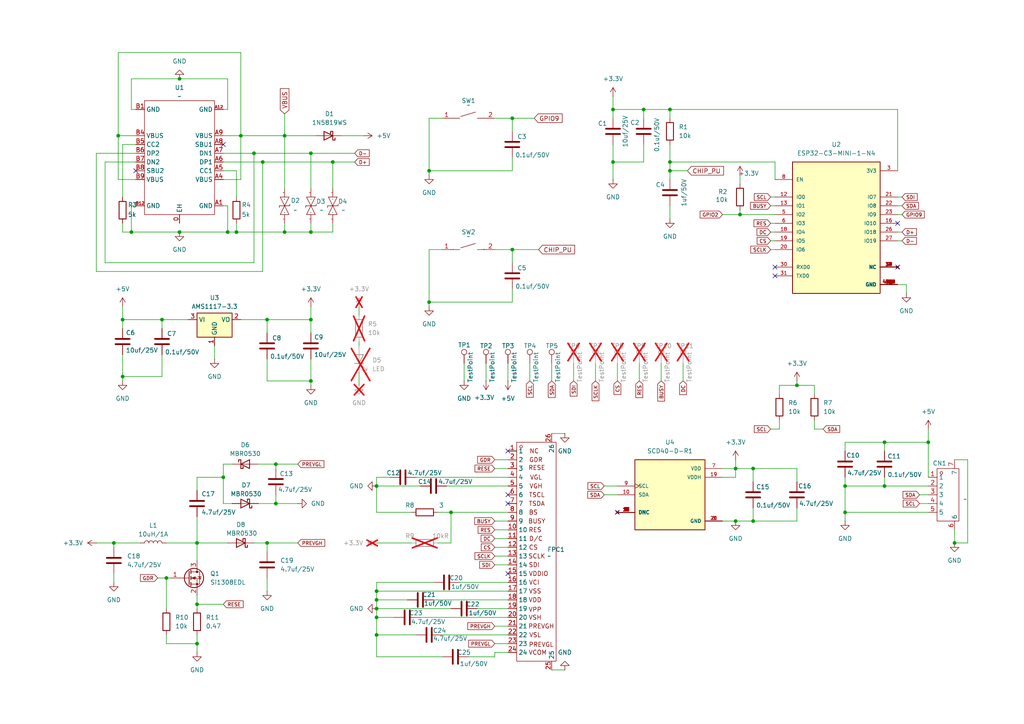
<source format=kicad_sch>
(kicad_sch (version 20250114) (generator "eeschema") (generator_version "9.0")
  (paper "A4")
  (junction (at 269.24 128.27))
  (junction (at 57.15 175.26))
  (junction (at 69.85 39.37))
  (junction (at 64.77 138.43))
  (junction (at 52.07 22.86))
  (junction (at 177.8 46.99))
  (junction (at 90.17 92.71))
  (junction (at 109.22 176.53))
  (junction (at 194.31 49.53))
  (junction (at 52.07 67.31))
  (junction (at 148.59 34.29))
  (junction (at 77.47 157.48))
  (junction (at 109.22 179.07))
  (junction (at 218.44 151.13))
  (junction (at 35.56 92.71))
  (junction (at 68.58 67.31))
  (junction (at 90.17 67.31))
  (junction (at 77.47 92.71))
  (junction (at 214.63 62.23))
  (junction (at 80.01 146.05))
  (junction (at 109.22 140.97))
  (junction (at 82.55 39.37))
  (junction (at 38.1 67.31))
  (junction (at 256.54 128.27))
  (junction (at 109.22 173.99))
  (junction (at 76.2 46.99))
  (junction (at 213.36 151.13))
  (junction (at 109.22 184.15))
  (junction (at 66.04 67.31))
  (junction (at 256.54 140.97))
  (junction (at 177.8 31.75))
  (junction (at 276.86 157.48))
  (junction (at 33.02 157.48))
  (junction (at 46.99 92.71))
  (junction (at 194.31 31.75))
  (junction (at 194.31 46.99))
  (junction (at 80.01 134.62))
  (junction (at 34.29 39.37))
  (junction (at 90.17 44.45))
  (junction (at 90.17 110.49))
  (junction (at 213.36 135.89))
  (junction (at 218.44 135.89))
  (junction (at 124.46 49.53))
  (junction (at 124.46 87.63))
  (junction (at 96.52 46.99))
  (junction (at 109.22 171.45))
  (junction (at 231.14 111.76))
  (junction (at 73.66 44.45))
  (junction (at 35.56 109.22))
  (junction (at 245.11 148.59))
  (junction (at 130.81 148.59))
  (junction (at 82.55 67.31))
  (junction (at 245.11 140.97))
  (junction (at 48.26 167.64))
  (junction (at 57.15 186.69))
  (junction (at 57.15 157.48))
  (junction (at 186.69 31.75))
  (junction (at 148.59 72.39))
  (no_connect (at 64.77 41.91))
  (no_connect (at 147.32 130.81))
  (no_connect (at 260.35 64.77))
  (no_connect (at 224.79 77.47))
  (no_connect (at 224.79 80.01))
  (no_connect (at 147.32 143.51))
  (no_connect (at 147.32 146.05))
  (no_connect (at 39.37 49.53))
  (no_connect (at 260.35 77.47))
  (no_connect (at 147.32 166.37))
  (no_connect (at 179.07 148.59))
  (wire (pts (xy 57.15 142.24) (xy 57.15 138.43)))
  (wire (pts (xy 64.77 49.53) (xy 68.58 49.53)))
  (wire (pts (xy 57.15 157.48) (xy 57.15 162.56)))
  (wire (pts (xy 143.51 186.69) (xy 147.32 186.69)))
  (wire (pts (xy 175.26 143.51) (xy 179.07 143.51)))
  (wire (pts (xy 77.47 104.14) (xy 77.47 110.49)))
  (wire (pts (xy 209.55 62.23) (xy 214.63 62.23)))
  (wire (pts (xy 33.02 166.37) (xy 33.02 168.91)))
  (wire (pts (xy 64.77 52.07) (xy 69.85 52.07)))
  (wire (pts (xy 64.77 46.99) (xy 76.2 46.99)))
  (wire (pts (xy 73.66 44.45) (xy 90.17 44.45)))
  (wire (pts (xy 69.85 15.24) (xy 69.85 39.37)))
  (wire (pts (xy 128.27 184.15) (xy 147.32 184.15)))
  (wire (pts (xy 209.55 135.89) (xy 213.36 135.89)))
  (wire (pts (xy 128.27 190.5) (xy 109.22 190.5)))
  (wire (pts (xy 35.56 67.31) (xy 38.1 67.31)))
  (wire (pts (xy 260.35 67.31) (xy 261.62 67.31)))
  (wire (pts (xy 77.47 96.52) (xy 77.47 92.71)))
  (wire (pts (xy 120.65 138.43) (xy 147.32 138.43)))
  (wire (pts (xy 34.29 39.37) (xy 34.29 15.24)))
  (wire (pts (xy 256.54 128.27) (xy 269.24 128.27)))
  (wire (pts (xy 66.04 67.31) (xy 68.58 67.31)))
  (wire (pts (xy 226.06 124.46) (xy 226.06 121.92)))
  (wire (pts (xy 80.01 134.62) (xy 86.36 134.62)))
  (wire (pts (xy 35.56 92.71) (xy 46.99 92.71)))
  (wire (pts (xy 166.37 105.41) (xy 166.37 110.49)))
  (wire (pts (xy 77.47 157.48) (xy 86.36 157.48)))
  (wire (pts (xy 127 148.59) (xy 130.81 148.59)))
  (wire (pts (xy 186.69 46.99) (xy 177.8 46.99)))
  (wire (pts (xy 238.76 124.46) (xy 236.22 124.46)))
  (wire (pts (xy 69.85 92.71) (xy 77.47 92.71)))
  (wire (pts (xy 256.54 128.27) (xy 256.54 130.81)))
  (wire (pts (xy 57.15 186.69) (xy 57.15 189.23)))
  (wire (pts (xy 143.51 151.13) (xy 147.32 151.13)))
  (wire (pts (xy 64.77 138.43) (xy 64.77 146.05)))
  (wire (pts (xy 64.77 44.45) (xy 73.66 44.45)))
  (wire (pts (xy 256.54 140.97) (xy 269.24 140.97)))
  (wire (pts (xy 35.56 102.87) (xy 35.56 109.22)))
  (wire (pts (xy 269.24 128.27) (xy 269.24 138.43)))
  (wire (pts (xy 119.38 148.59) (xy 109.22 148.59)))
  (wire (pts (xy 194.31 41.91) (xy 194.31 46.99)))
  (wire (pts (xy 109.22 184.15) (xy 109.22 190.5)))
  (wire (pts (xy 109.22 157.48) (xy 119.38 157.48)))
  (wire (pts (xy 198.12 105.41) (xy 198.12 110.49)))
  (wire (pts (xy 125.73 173.99) (xy 147.32 173.99)))
  (wire (pts (xy 96.52 67.31) (xy 90.17 67.31)))
  (wire (pts (xy 64.77 134.62) (xy 64.77 138.43)))
  (wire (pts (xy 77.47 92.71) (xy 90.17 92.71)))
  (wire (pts (xy 68.58 67.31) (xy 82.55 67.31)))
  (wire (pts (xy 74.93 134.62) (xy 80.01 134.62)))
  (wire (pts (xy 194.31 46.99) (xy 224.79 46.99)))
  (wire (pts (xy 38.1 59.69) (xy 39.37 59.69)))
  (wire (pts (xy 64.77 59.69) (xy 66.04 59.69)))
  (wire (pts (xy 90.17 67.31) (xy 82.55 67.31)))
  (wire (pts (xy 66.04 157.48) (xy 57.15 157.48)))
  (wire (pts (xy 245.11 128.27) (xy 256.54 128.27)))
  (wire (pts (xy 177.8 27.94) (xy 177.8 31.75)))
  (wire (pts (xy 57.15 157.48) (xy 57.15 149.86)))
  (wire (pts (xy 76.2 78.74) (xy 76.2 46.99)))
  (wire (pts (xy 118.11 173.99) (xy 109.22 173.99)))
  (wire (pts (xy 231.14 139.7) (xy 231.14 135.89)))
  (wire (pts (xy 57.15 186.69) (xy 57.15 184.15)))
  (wire (pts (xy 231.14 147.32) (xy 231.14 151.13)))
  (wire (pts (xy 214.63 62.23) (xy 224.79 62.23)))
  (wire (pts (xy 109.22 173.99) (xy 109.22 176.53)))
  (wire (pts (xy 130.81 157.48) (xy 130.81 148.59)))
  (wire (pts (xy 68.58 67.31) (xy 68.58 64.77)))
  (wire (pts (xy 236.22 114.3) (xy 236.22 111.76)))
  (wire (pts (xy 226.06 114.3) (xy 226.06 111.76)))
  (wire (pts (xy 177.8 34.29) (xy 177.8 31.75)))
  (wire (pts (xy 223.52 69.85) (xy 224.79 69.85)))
  (wire (pts (xy 82.55 39.37) (xy 91.44 39.37)))
  (wire (pts (xy 143.51 153.67) (xy 147.32 153.67)))
  (wire (pts (xy 223.52 67.31) (xy 224.79 67.31)))
  (wire (pts (xy 172.72 105.41) (xy 172.72 110.49)))
  (wire (pts (xy 104.14 99.06) (xy 104.14 100.33)))
  (wire (pts (xy 245.11 140.97) (xy 245.11 148.59)))
  (wire (pts (xy 186.69 34.29) (xy 186.69 31.75)))
  (wire (pts (xy 109.22 179.07) (xy 114.3 179.07)))
  (wire (pts (xy 104.14 107.95) (xy 104.14 111.76)))
  (wire (pts (xy 57.15 175.26) (xy 57.15 176.53)))
  (wire (pts (xy 214.63 60.96) (xy 214.63 62.23)))
  (wire (pts (xy 213.36 138.43) (xy 209.55 138.43)))
  (wire (pts (xy 80.01 134.62) (xy 80.01 135.89)))
  (wire (pts (xy 269.24 124.46) (xy 269.24 128.27)))
  (wire (pts (xy 148.59 87.63) (xy 124.46 87.63)))
  (wire (pts (xy 245.11 148.59) (xy 269.24 148.59)))
  (wire (pts (xy 130.81 148.59) (xy 147.32 148.59)))
  (wire (pts (xy 148.59 49.53) (xy 124.46 49.53)))
  (wire (pts (xy 90.17 92.71) (xy 90.17 96.52)))
  (wire (pts (xy 66.04 31.75) (xy 64.77 31.75)))
  (wire (pts (xy 260.35 59.69) (xy 261.62 59.69)))
  (wire (pts (xy 64.77 146.05) (xy 67.31 146.05)))
  (wire (pts (xy 67.31 134.62) (xy 64.77 134.62)))
  (wire (pts (xy 34.29 15.24) (xy 69.85 15.24)))
  (wire (pts (xy 245.11 128.27) (xy 245.11 130.81)))
  (wire (pts (xy 218.44 135.89) (xy 213.36 135.89)))
  (wire (pts (xy 143.51 135.89) (xy 147.32 135.89)))
  (wire (pts (xy 236.22 124.46) (xy 236.22 121.92)))
  (wire (pts (xy 38.1 59.69) (xy 38.1 67.31)))
  (wire (pts (xy 80.01 143.51) (xy 80.01 146.05)))
  (wire (pts (xy 175.26 140.97) (xy 179.07 140.97)))
  (wire (pts (xy 38.1 67.31) (xy 52.07 67.31)))
  (wire (pts (xy 27.94 44.45) (xy 27.94 78.74)))
  (wire (pts (xy 133.35 168.91) (xy 147.32 168.91)))
  (wire (pts (xy 179.07 105.41) (xy 179.07 110.49)))
  (wire (pts (xy 74.93 146.05) (xy 80.01 146.05)))
  (wire (pts (xy 45.72 167.64) (xy 48.26 167.64)))
  (wire (pts (xy 124.46 72.39) (xy 124.46 87.63)))
  (wire (pts (xy 160.02 105.41) (xy 160.02 110.49)))
  (wire (pts (xy 148.59 76.2) (xy 148.59 72.39)))
  (wire (pts (xy 191.77 105.41) (xy 191.77 110.49)))
  (wire (pts (xy 66.04 22.86) (xy 52.07 22.86)))
  (wire (pts (xy 223.52 57.15) (xy 224.79 57.15)))
  (wire (pts (xy 34.29 39.37) (xy 39.37 39.37)))
  (wire (pts (xy 27.94 157.48) (xy 33.02 157.48)))
  (wire (pts (xy 128.27 72.39) (xy 124.46 72.39)))
  (wire (pts (xy 280.67 157.48) (xy 276.86 157.48)))
  (wire (pts (xy 194.31 59.69) (xy 194.31 63.5)))
  (wire (pts (xy 129.54 140.97) (xy 147.32 140.97)))
  (wire (pts (xy 35.56 109.22) (xy 35.56 110.49)))
  (wire (pts (xy 109.22 184.15) (xy 120.65 184.15)))
  (wire (pts (xy 245.11 140.97) (xy 256.54 140.97)))
  (wire (pts (xy 48.26 167.64) (xy 48.26 176.53)))
  (wire (pts (xy 121.92 179.07) (xy 147.32 179.07)))
  (wire (pts (xy 148.59 38.1) (xy 148.59 34.29)))
  (wire (pts (xy 209.55 151.13) (xy 213.36 151.13)))
  (wire (pts (xy 64.77 39.37) (xy 69.85 39.37)))
  (wire (pts (xy 143.51 133.35) (xy 147.32 133.35)))
  (wire (pts (xy 109.22 171.45) (xy 109.22 173.99)))
  (wire (pts (xy 35.56 88.9) (xy 35.56 92.71)))
  (wire (pts (xy 186.69 41.91) (xy 186.69 46.99)))
  (wire (pts (xy 245.11 138.43) (xy 245.11 140.97)))
  (wire (pts (xy 48.26 157.48) (xy 57.15 157.48)))
  (wire (pts (xy 276.86 153.67) (xy 276.86 157.48)))
  (wire (pts (xy 48.26 167.64) (xy 49.53 167.64)))
  (wire (pts (xy 223.52 72.39) (xy 224.79 72.39)))
  (wire (pts (xy 90.17 110.49) (xy 90.17 111.76)))
  (wire (pts (xy 147.32 171.45) (xy 109.22 171.45)))
  (wire (pts (xy 35.56 41.91) (xy 35.56 57.15)))
  (wire (pts (xy 260.35 57.15) (xy 261.62 57.15)))
  (wire (pts (xy 218.44 147.32) (xy 218.44 151.13)))
  (wire (pts (xy 40.64 157.48) (xy 33.02 157.48)))
  (wire (pts (xy 27.94 78.74) (xy 76.2 78.74)))
  (wire (pts (xy 143.51 181.61) (xy 147.32 181.61)))
  (wire (pts (xy 194.31 31.75) (xy 260.35 31.75)))
  (wire (pts (xy 185.42 105.41) (xy 185.42 110.49)))
  (wire (pts (xy 135.89 190.5) (xy 143.51 190.5)))
  (wire (pts (xy 77.47 157.48) (xy 77.47 160.02)))
  (wire (pts (xy 109.22 179.07) (xy 109.22 184.15)))
  (wire (pts (xy 245.11 151.13) (xy 245.11 148.59)))
  (wire (pts (xy 256.54 138.43) (xy 256.54 140.97)))
  (wire (pts (xy 48.26 186.69) (xy 57.15 186.69)))
  (wire (pts (xy 177.8 46.99) (xy 177.8 52.07)))
  (wire (pts (xy 143.51 189.23) (xy 147.32 189.23)))
  (wire (pts (xy 231.14 151.13) (xy 218.44 151.13)))
  (wire (pts (xy 266.7 146.05) (xy 269.24 146.05)))
  (wire (pts (xy 124.46 34.29) (xy 124.46 49.53)))
  (wire (pts (xy 148.59 34.29) (xy 143.51 34.29)))
  (wire (pts (xy 231.14 111.76) (xy 231.14 110.49)))
  (wire (pts (xy 66.04 31.75) (xy 66.04 22.86)))
  (wire (pts (xy 57.15 172.72) (xy 57.15 175.26)))
  (wire (pts (xy 186.69 31.75) (xy 194.31 31.75)))
  (wire (pts (xy 57.15 175.26) (xy 64.77 175.26)))
  (wire (pts (xy 127 157.48) (xy 130.81 157.48)))
  (wire (pts (xy 194.31 49.53) (xy 194.31 52.07)))
  (wire (pts (xy 236.22 111.76) (xy 231.14 111.76)))
  (wire (pts (xy 109.22 176.53) (xy 130.81 176.53)))
  (wire (pts (xy 177.8 31.75) (xy 186.69 31.75)))
  (wire (pts (xy 194.31 46.99) (xy 194.31 49.53)))
  (wire (pts (xy 62.23 100.33) (xy 62.23 104.14)))
  (wire (pts (xy 266.7 143.51) (xy 269.24 143.51)))
  (wire (pts (xy 96.52 46.99) (xy 96.52 54.61)))
  (wire (pts (xy 213.36 133.35) (xy 213.36 135.89)))
  (wire (pts (xy 90.17 44.45) (xy 102.87 44.45)))
  (wire (pts (xy 68.58 49.53) (xy 68.58 57.15)))
  (wire (pts (xy 77.47 167.64) (xy 77.47 171.45)))
  (wire (pts (xy 153.67 105.41) (xy 153.67 110.49)))
  (wire (pts (xy 80.01 146.05) (xy 86.36 146.05)))
  (wire (pts (xy 260.35 49.53) (xy 260.35 31.75)))
  (wire (pts (xy 218.44 151.13) (xy 213.36 151.13)))
  (wire (pts (xy 143.51 161.29) (xy 147.32 161.29)))
  (wire (pts (xy 90.17 44.45) (xy 90.17 54.61)))
  (wire (pts (xy 39.37 52.07) (xy 34.29 52.07)))
  (wire (pts (xy 30.48 46.99) (xy 30.48 76.2)))
  (wire (pts (xy 262.89 85.09) (xy 262.89 82.55)))
  (wire (pts (xy 35.56 92.71) (xy 35.56 95.25)))
  (wire (pts (xy 143.51 190.5) (xy 143.51 189.23)))
  (wire (pts (xy 69.85 52.07) (xy 69.85 39.37)))
  (wire (pts (xy 148.59 34.29) (xy 154.94 34.29)))
  (wire (pts (xy 140.97 105.41) (xy 140.97 110.49)))
  (wire (pts (xy 66.04 59.69) (xy 66.04 67.31)))
  (wire (pts (xy 34.29 52.07) (xy 34.29 39.37)))
  (wire (pts (xy 143.51 158.75) (xy 147.32 158.75)))
  (wire (pts (xy 30.48 76.2) (xy 73.66 76.2)))
  (wire (pts (xy 90.17 88.9) (xy 90.17 92.71)))
  (wire (pts (xy 160.02 194.31) (xy 163.83 194.31)))
  (wire (pts (xy 69.85 39.37) (xy 82.55 39.37)))
  (wire (pts (xy 109.22 148.59) (xy 109.22 140.97)))
  (wire (pts (xy 177.8 41.91) (xy 177.8 46.99)))
  (wire (pts (xy 276.86 133.35) (xy 280.67 133.35)))
  (wire (pts (xy 46.99 92.71) (xy 54.61 92.71)))
  (wire (pts (xy 90.17 64.77) (xy 90.17 67.31)))
  (wire (pts (xy 160.02 125.73) (xy 163.83 125.73)))
  (wire (pts (xy 194.31 49.53) (xy 199.39 49.53)))
  (wire (pts (xy 231.14 135.89) (xy 218.44 135.89)))
  (wire (pts (xy 194.31 31.75) (xy 194.31 34.29)))
  (wire (pts (xy 33.02 157.48) (xy 33.02 158.75)))
  (wire (pts (xy 147.32 105.41) (xy 147.32 110.49)))
  (wire (pts (xy 73.66 157.48) (xy 77.47 157.48)))
  (wire (pts (xy 77.47 110.49) (xy 90.17 110.49)))
  (wire (pts (xy 226.06 111.76) (xy 231.14 111.76)))
  (wire (pts (xy 113.03 138.43) (xy 109.22 138.43)))
  (wire (pts (xy 148.59 83.82) (xy 148.59 87.63)))
  (wire (pts (xy 125.73 168.91) (xy 109.22 168.91)))
  (wire (pts (xy 46.99 95.25) (xy 46.99 92.71)))
  (wire (pts (xy 262.89 82.55) (xy 260.35 82.55)))
  (wire (pts (xy 224.79 46.99) (xy 224.79 52.07)))
  (wire (pts (xy 124.46 87.63) (xy 124.46 88.9)))
  (wire (pts (xy 214.63 50.8) (xy 214.63 53.34)))
  (wire (pts (xy 124.46 34.29) (xy 128.27 34.29)))
  (wire (pts (xy 46.99 102.87) (xy 46.99 109.22)))
  (wire (pts (xy 82.55 39.37) (xy 82.55 54.61)))
  (wire (pts (xy 35.56 67.31) (xy 35.56 64.77)))
  (wire (pts (xy 109.22 176.53) (xy 109.22 179.07)))
  (wire (pts (xy 124.46 49.53) (xy 124.46 50.8)))
  (wire (pts (xy 218.44 139.7) (xy 218.44 135.89)))
  (wire (pts (xy 96.52 46.99) (xy 102.87 46.99)))
  (wire (pts (xy 104.14 88.9) (xy 104.14 91.44)))
  (wire (pts (xy 280.67 133.35) (xy 280.67 157.48)))
  (wire (pts (xy 213.36 135.89) (xy 213.36 138.43)))
  (wire (pts (xy 99.06 39.37) (xy 105.41 39.37)))
  (wire (pts (xy 48.26 184.15) (xy 48.26 186.69)))
  (wire (pts (xy 134.62 105.41) (xy 134.62 110.49)))
  (wire (pts (xy 82.55 33.02) (xy 82.55 39.37)))
  (wire (pts (xy 38.1 22.86) (xy 52.07 22.86)))
  (wire (pts (xy 82.55 64.77) (xy 82.55 67.31)))
  (wire (pts (xy 148.59 72.39) (xy 143.51 72.39)))
  (wire (pts (xy 109.22 138.43) (xy 109.22 140.97)))
  (wire (pts (xy 39.37 41.91) (xy 35.56 41.91)))
  (wire (pts (xy 46.99 109.22) (xy 35.56 109.22)))
  (wire (pts (xy 39.37 46.99) (xy 30.48 46.99)))
  (wire (pts (xy 76.2 46.99) (xy 96.52 46.99)))
  (wire (pts (xy 143.51 163.83) (xy 147.32 163.83)))
  (wire (pts (xy 90.17 104.14) (xy 90.17 110.49)))
  (wire (pts (xy 38.1 31.75) (xy 38.1 22.86)))
  (wire (pts (xy 109.22 140.97) (xy 121.92 140.97)))
  (wire (pts (xy 143.51 156.21) (xy 147.32 156.21)))
  (wire (pts (xy 39.37 44.45) (xy 27.94 44.45)))
  (wire (pts (xy 52.07 67.31) (xy 66.04 67.31)))
  (wire (pts (xy 109.22 168.91) (xy 109.22 171.45)))
  (wire (pts (xy 260.35 62.23) (xy 261.62 62.23)))
  (wire (pts (xy 96.52 64.77) (xy 96.52 67.31)))
  (wire (pts (xy 223.52 59.69) (xy 224.79 59.69)))
  (wire (pts (xy 73.66 76.2) (xy 73.66 44.45)))
  (wire (pts (xy 260.35 69.85) (xy 261.62 69.85)))
  (wire (pts (xy 148.59 72.39) (xy 156.21 72.39)))
  (wire (pts (xy 223.52 64.77) (xy 224.79 64.77)))
  (wire (pts (xy 223.52 124.46) (xy 226.06 124.46)))
  (wire (pts (xy 57.15 138.43) (xy 64.77 138.43)))
  (wire (pts (xy 138.43 176.53) (xy 147.32 176.53)))
  (wire (pts (xy 148.59 45.72) (xy 148.59 49.53)))
  (wire (pts (xy 38.1 31.75) (xy 39.37 31.75)))
  (global_label "VBUS" (shape input) (at 82.55 33.02 90) (property "Intersheetrefs" "${INTERSHEET_REFS}" (effects (hide yes))))
  (global_label "SCL" (shape input) (at 266.7 146.05 180) (effects (font (size 1.016 1.016))) (property "Intersheetrefs" "${INTERSHEET_REFS}" (effects (hide yes))))
  (global_label "SCL" (shape input) (at 223.52 57.15 180) (effects (font (size 1.016 1.016))) (property "Intersheetrefs" "${INTERSHEET_REFS}" (effects (hide yes))))
  (global_label "CHIP_PU" (shape input) (at 156.21 72.39 0) (property "Intersheetrefs" "${INTERSHEET_REFS}" (effects (hide yes))))
  (global_label "PREVGH" (shape input) (at 86.36 157.48 0) (effects (font (size 1.016 1.016))) (property "Intersheetrefs" "${INTERSHEET_REFS}" (effects (hide yes))))
  (global_label "CS" (shape input) (at 143.51 158.75 180) (effects (font (size 1.016 1.016))) (property "Intersheetrefs" "${INTERSHEET_REFS}" (effects (hide yes))))
  (global_label "PREVGH" (shape input) (at 143.51 181.61 180) (effects (font (size 1.016 1.016))) (property "Intersheetrefs" "${INTERSHEET_REFS}" (effects (hide yes))))
  (global_label "GPIO9" (shape input) (at 154.94 34.29 0) (property "Intersheetrefs" "${INTERSHEET_REFS}" (effects (hide yes))))
  (global_label "SDI" (shape input) (at 261.62 57.15 0) (effects (font (size 1.016 1.016))) (property "Intersheetrefs" "${INTERSHEET_REFS}" (effects (hide yes))))
  (global_label "CS" (shape input) (at 179.07 110.49 270) (effects (font (size 1.016 1.016))) (property "Intersheetrefs" "${INTERSHEET_REFS}" (effects (hide yes))))
  (global_label "SCL" (shape input) (at 153.67 110.49 270) (effects (font (size 1.016 1.016))) (property "Intersheetrefs" "${INTERSHEET_REFS}" (effects (hide yes))))
  (global_label "SCL" (shape input) (at 223.52 124.46 180) (effects (font (size 1.016 1.016))) (property "Intersheetrefs" "${INTERSHEET_REFS}" (effects (hide yes))))
  (global_label "SDI" (shape input) (at 166.37 110.49 270) (effects (font (size 1.016 1.016))) (property "Intersheetrefs" "${INTERSHEET_REFS}" (effects (hide yes))))
  (global_label "SCLK" (shape input) (at 143.51 161.29 180) (effects (font (size 1.016 1.016))) (property "Intersheetrefs" "${INTERSHEET_REFS}" (effects (hide yes))))
  (global_label "SCLK" (shape input) (at 172.72 110.49 270) (effects (font (size 1.016 1.016))) (property "Intersheetrefs" "${INTERSHEET_REFS}" (effects (hide yes))))
  (global_label "DC" (shape input) (at 198.12 110.49 270) (effects (font (size 1.016 1.016))) (property "Intersheetrefs" "${INTERSHEET_REFS}" (effects (hide yes))))
  (global_label "RES" (shape input) (at 143.51 153.67 180) (effects (font (size 1.016 1.016))) (property "Intersheetrefs" "${INTERSHEET_REFS}" (effects (hide yes))))
  (global_label "CHIP_PU" (shape input) (at 199.39 49.53 0) (property "Intersheetrefs" "${INTERSHEET_REFS}" (effects (hide yes))))
  (global_label "SDA" (shape input) (at 266.7 143.51 180) (effects (font (size 1.016 1.016))) (property "Intersheetrefs" "${INTERSHEET_REFS}" (effects (hide yes))))
  (global_label "PREVGL" (shape input) (at 86.36 134.62 0) (effects (font (size 1.016 1.016))) (property "Intersheetrefs" "${INTERSHEET_REFS}" (effects (hide yes))))
  (global_label "GPIO2" (shape input) (at 209.55 62.23 180) (effects (font (size 1.016 1.016))) (property "Intersheetrefs" "${INTERSHEET_REFS}" (effects (hide yes))))
  (global_label "D-" (shape input) (at 261.62 69.85 0) (effects (font (size 1.016 1.016))) (property "Intersheetrefs" "${INTERSHEET_REFS}" (effects (hide yes))))
  (global_label "RESE" (shape input) (at 64.77 175.26 0) (effects (font (size 1.016 1.016))) (property "Intersheetrefs" "${INTERSHEET_REFS}" (effects (hide yes))))
  (global_label "GPIO9" (shape input) (at 261.62 62.23 0) (effects (font (size 1.016 1.016))) (property "Intersheetrefs" "${INTERSHEET_REFS}" (effects (hide yes))))
  (global_label "RES" (shape input) (at 223.52 64.77 180) (effects (font (size 1.016 1.016))) (property "Intersheetrefs" "${INTERSHEET_REFS}" (effects (hide yes))))
  (global_label "SCLK" (shape input) (at 223.52 72.39 180) (effects (font (size 1.016 1.016))) (property "Intersheetrefs" "${INTERSHEET_REFS}" (effects (hide yes))))
  (global_label "DC" (shape input) (at 143.51 156.21 180) (effects (font (size 1.016 1.016))) (property "Intersheetrefs" "${INTERSHEET_REFS}" (effects (hide yes))))
  (global_label "SDA" (shape input) (at 175.26 143.51 180) (effects (font (size 1.016 1.016))) (property "Intersheetrefs" "${INTERSHEET_REFS}" (effects (hide yes))))
  (global_label "BUSY" (shape input) (at 223.52 59.69 180) (effects (font (size 1.016 1.016))) (property "Intersheetrefs" "${INTERSHEET_REFS}" (effects (hide yes))))
  (global_label "SDA" (shape input) (at 160.02 110.49 270) (effects (font (size 1.016 1.016))) (property "Intersheetrefs" "${INTERSHEET_REFS}" (effects (hide yes))))
  (global_label "SDA" (shape input) (at 238.76 124.46 0) (effects (font (size 1.016 1.016))) (property "Intersheetrefs" "${INTERSHEET_REFS}" (effects (hide yes))))
  (global_label "DC" (shape input) (at 223.52 67.31 180) (effects (font (size 1.016 1.016))) (property "Intersheetrefs" "${INTERSHEET_REFS}" (effects (hide yes))))
  (global_label "D+" (shape input) (at 261.62 67.31 0) (effects (font (size 1.016 1.016))) (property "Intersheetrefs" "${INTERSHEET_REFS}" (effects (hide yes))))
  (global_label "SDA" (shape input) (at 261.62 59.69 0) (effects (font (size 1.016 1.016))) (property "Intersheetrefs" "${INTERSHEET_REFS}" (effects (hide yes))))
  (global_label "D+" (shape input) (at 102.87 46.99 0) (effects (font (size 1.016 1.016))) (property "Intersheetrefs" "${INTERSHEET_REFS}" (effects (hide yes))))
  (global_label "SDI" (shape input) (at 143.51 163.83 180) (effects (font (size 1.016 1.016))) (property "Intersheetrefs" "${INTERSHEET_REFS}" (effects (hide yes))))
  (global_label "GDR" (shape input) (at 45.72 167.64 180) (effects (font (size 1.016 1.016))) (property "Intersheetrefs" "${INTERSHEET_REFS}" (effects (hide yes))))
  (global_label "RESE" (shape input) (at 143.51 135.89 180) (effects (font (size 1.016 1.016))) (property "Intersheetrefs" "${INTERSHEET_REFS}" (effects (hide yes))))
  (global_label "D-" (shape input) (at 102.87 44.45 0) (effects (font (size 1.016 1.016))) (property "Intersheetrefs" "${INTERSHEET_REFS}" (effects (hide yes))))
  (global_label "PREVGL" (shape input) (at 143.51 186.69 180) (effects (font (size 1.016 1.016))) (property "Intersheetrefs" "${INTERSHEET_REFS}" (effects (hide yes))))
  (global_label "BUSY" (shape input) (at 191.77 110.49 270) (effects (font (size 1.016 1.016))) (property "Intersheetrefs" "${INTERSHEET_REFS}" (effects (hide yes))))
  (global_label "SCL" (shape input) (at 175.26 140.97 180) (effects (font (size 1.016 1.016))) (property "Intersheetrefs" "${INTERSHEET_REFS}" (effects (hide yes))))
  (global_label "RES" (shape input) (at 185.42 110.49 270) (effects (font (size 1.016 1.016))) (property "Intersheetrefs" "${INTERSHEET_REFS}" (effects (hide yes))))
  (global_label "CS" (shape input) (at 223.52 69.85 180) (effects (font (size 1.016 1.016))) (property "Intersheetrefs" "${INTERSHEET_REFS}" (effects (hide yes))))
  (global_label "BUSY" (shape input) (at 143.51 151.13 180) (effects (font (size 1.016 1.016))) (property "Intersheetrefs" "${INTERSHEET_REFS}" (effects (hide yes))))
  (global_label "GDR" (shape input) (at 143.51 133.35 180) (effects (font (size 1.016 1.016))) (property "Intersheetrefs" "${INTERSHEET_REFS}" (effects (hide yes))))
  (symbol (lib_id "power:GND") (at 109.22 140.97 270) (unit 1)
    (property "Reference" "#PWR025" (effects (hide yes)))
    (property "Value" "GND" (at 105.41 140.9699 90) (effects (justify right)))
    (property "Description" "Power symbol creates a global label with name \"GND\" , ground" (effects (hide yes)))
  )
  (symbol (lib_id "Device:C") (at 134.62 176.53 270) (unit 1)
    (property "Reference" "C22" (at 137.16 175.26 90))
    (property "Value" "1uf/50V" (at 139.954 177.8 90))
    (property "Footprint" "Capacitor_SMD:C_0603_1608Metric" (effects (hide yes)))
    (property "Description" "Unpolarized capacitor" (effects (hide yes)))
  )
  (symbol (lib_id "power:GND") (at 90.17 111.76 0) (unit 1)
    (property "Reference" "#PWR020" (effects (hide yes)))
    (property "Value" "GND" (at 90.17 116.84 0))
    (property "Description" "Power symbol creates a global label with name \"GND\" , ground" (effects (hide yes)))
  )
  (symbol (lib_id "Device:C") (at 116.84 138.43 90) (unit 1)
    (property "Reference" "C12" (at 114.046 137.16 90))
    (property "Value" "4.7uf/25V" (at 123.19 137.16 90))
    (property "Footprint" "Capacitor_SMD:C_0603_1608Metric" (effects (hide yes)))
    (property "Description" "Unpolarized capacitor" (effects (hide yes)))
  )
  (symbol (lib_id "Device:C") (at 194.31 55.88 180) (unit 1)
    (property "Reference" "C4" (at 191.516 53.594 0))
    (property "Value" "1uf/50V" (at 198.374 55.88 90))
    (property "Footprint" "Capacitor_SMD:C_0603_1608Metric" (effects (hide yes)))
    (property "Description" "Unpolarized capacitor" (effects (hide yes)))
  )
  (symbol (lib_id "power:+5V") (at 35.56 88.9 0) (unit 1)
    (property "Reference" "#PWR010" (effects (hide yes)))
    (property "Value" "+5V" (at 35.56 83.82 0))
    (property "Description" "Power symbol creates a global label with name \"+5V\"" (effects (hide yes)))
  )
  (symbol (lib_id "Connector:TestPoint") (at 185.42 105.41 0) (unit 1) (in_bom no) (on_board no) (dnp yes)
    (property "Reference" "TP9" (at 183.642 100.33 0) (effects (justify left)))
    (property "Value" "TestPoint" (at 187.198 110.998 90) (effects (justify left)))
    (property "Footprint" "TestPoint:TestPoint_Pad_D1.5mm" (effects (hide yes)))
    (property "Description" "test point" (effects (hide yes)))
  )
  (symbol (lib_id "Diode:1N5819WS") (at 95.25 39.37 180) (unit 1)
    (property "Reference" "D1" (at 95.5675 33.02 0))
    (property "Value" "1N5819WS" (at 95.5675 35.56 0))
    (property "Footprint" "Diode_SMD:D_SOD-323" (effects (hide yes)))
    (property "Datasheet" "https://datasheet.lcsc.com/lcsc/2204281430_Guangdong-Hottech-1N5819WS_C191023.pdf" (effects (hide yes)))
    (property "Description" "40V 600mV@1A 1A SOD-323 Schottky Barrier Diodes, SOD-323" (effects (hide yes)))
  )
  (symbol (lib_id "power:GND") (at 276.86 157.48 0) (unit 1)
    (property "Reference" "#PWR031" (effects (hide yes)))
    (property "Value" "GND" (at 276.86 162.56 0))
    (property "Description" "Power symbol creates a global label with name \"GND\" , ground" (effects (hide yes)))
  )
  (symbol (lib_id "Connector:TestPoint") (at 179.07 105.41 0) (unit 1) (in_bom no) (on_board no) (dnp yes)
    (property "Reference" "TP8" (at 177.292 100.33 0) (effects (justify left)))
    (property "Value" "TestPoint" (at 180.848 110.998 90) (effects (justify left)))
    (property "Footprint" "TestPoint:TestPoint_Pad_D1.5mm" (effects (hide yes)))
    (property "Description" "test point" (effects (hide yes)))
  )
  (symbol (lib_id "power:+3.3V") (at 140.97 110.49 180) (unit 1)
    (property "Reference" "#PWR017" (effects (hide yes)))
    (property "Value" "+3.3V" (at 140.462 115.316 0))
    (property "Description" "Power symbol creates a global label with name \"+3.3V\"" (effects (hide yes)))
  )
  (symbol (lib_id "Connector:TestPoint") (at 134.62 105.41 0) (unit 1)
    (property "Reference" "TP1" (at 132.842 100.076 0) (effects (justify left)))
    (property "Value" "TestPoint" (at 136.398 110.998 90) (effects (justify left)))
    (property "Footprint" "TestPoint:TestPoint_Pad_D1.5mm" (effects (hide yes)))
    (property "Description" "test point" (effects (hide yes)))
  )
  (symbol (lib_id "Device:C") (at 245.11 134.62 180) (unit 1)
    (property "Reference" "C10" (at 247.396 132.08 0))
    (property "Value" "4.7uf/25V" (at 250.698 137.16 0))
    (property "Footprint" "Capacitor_SMD:C_0603_1608Metric" (effects (hide yes)))
    (property "Description" "Unpolarized capacitor" (effects (hide yes)))
  )
  (symbol (lib_id "Device:C") (at 177.8 38.1 180) (unit 1)
    (property "Reference" "C1" (at 174.752 35.814 0))
    (property "Value" "10uf/25V" (at 181.356 38.1 90))
    (property "Footprint" "Capacitor_SMD:C_0603_1608Metric" (effects (hide yes)))
    (property "Description" "Unpolarized capacitor" (effects (hide yes)))
  )
  (symbol (lib_id "power:GND") (at 163.83 194.31 180) (unit 1)
    (property "Reference" "#PWR036" (effects (hide yes)))
    (property "Value" "GND" (at 163.83 189.23 0))
    (property "Description" "Power symbol creates a global label with name \"GND\" , ground" (effects (hide yes)))
  )
  (symbol (lib_id "power:GND") (at 163.83 125.73 0) (unit 1)
    (property "Reference" "#PWR023" (effects (hide yes)))
    (property "Value" "GND" (at 163.83 130.81 0))
    (property "Description" "Power symbol creates a global label with name \"GND\" , ground" (effects (hide yes)))
  )
  (symbol (lib_id "power:GND") (at 77.47 171.45 0) (unit 1)
    (property "Reference" "#PWR033" (effects (hide yes)))
    (property "Value" "GND" (at 77.47 176.53 0))
    (property "Description" "Power symbol creates a global label with name \"GND\" , ground" (effects (hide yes)))
  )
  (symbol (lib_id "Device:C") (at 148.59 41.91 0) (unit 1)
    (property "Reference" "C3" (at 151.384 39.624 0))
    (property "Value" "0.1uf/50V" (at 154.432 44.958 0))
    (property "Footprint" "Capacitor_SMD:C_0603_1608Metric" (effects (hide yes)))
    (property "Description" "Unpolarized capacitor" (effects (hide yes)))
  )
  (symbol (lib_id "Device:L") (at 44.45 157.48 90) (unit 1)
    (property "Reference" "L1" (at 44.45 152.4 90))
    (property "Value" "10uH/1A" (at 44.45 154.94 90))
    (property "Footprint" "Inductor_SMD:L_1210_3225Metric" (effects (hide yes)))
    (property "Description" "Inductor" (effects (hide yes)))
  )
  (symbol (lib_id "XUNPU TS-1088-AR02016:TS-1088-AR02016") (at 135.89 72.39 0) (unit 1)
    (property "Reference" "SW2" (at 135.89 67.31 0))
    (property "Value" "~" (at 135.89 68.58 0))
    (property "Footprint" "SW-SMD_L3.9-W3.0-P4.45:SW-SMD_L3.9-W3.0-P4.45" (effects (hide yes)))
    (property "Datasheet" "https://atta.szlcsc.com/upload/public/pdf/source/20200810/C720475_60D09DD6C54279ADDB2DC25100F1CC11.pdf" (effects (hide yes)))
    (property "Description" "Circuit:SPST Actuator Style:Round Button Operating Force:160gf Mounting Style:Brick nogging Switch Length:4mm Switch Width:3mm Switch Height:2mm Strike Gundam:不带 Contact Current:50mA Voltage Rating (DC):12V Insulation Resistance:100MΩ Actuator/Cap Color:B" (effects (hide yes)))
    (property "Manufacturer Part" "TS-1088-AR02016" (effects (hide yes)))
    (property "Manufacturer" "XUNPU(讯普)" (effects (hide yes)))
    (property "Supplier Part" "C720477" (effects (hide yes)))
    (property "Supplier" "LCSC" (effects (hide yes)))
    (property "LCSC Part Name" "4*3*2mm 立贴 轻触开关" (effects (hide yes)))
  )
  (symbol (lib_id "Device:R") (at 35.56 60.96 180) (unit 1)
    (property "Reference" "R3" (at 37.084 59.436 0) (effects (justify right)))
    (property "Value" "5k" (at 37.084 62.23 0) (effects (justify right)))
    (property "Footprint" "Resistor_SMD:R_0402_1005Metric" (effects (hide yes)))
    (property "Description" "Resistor" (effects (hide yes)))
  )
  (symbol (lib_id "power:GND") (at 35.56 110.49 0) (unit 1)
    (property "Reference" "#PWR015" (effects (hide yes)))
    (property "Value" "GND" (at 35.56 115.57 0))
    (property "Description" "Power symbol creates a global label with name \"GND\" , ground" (effects (hide yes)))
  )
  (symbol (lib_id "Device:C") (at 90.17 100.33 180) (unit 1)
    (property "Reference" "C9" (at 92.456 97.79 0))
    (property "Value" "10uf/25V" (at 95.758 102.87 0))
    (property "Footprint" "Capacitor_SMD:C_0603_1608Metric" (effects (hide yes)))
    (property "Description" "Unpolarized capacitor" (effects (hide yes)))
  )
  (symbol (lib_id "Device:C") (at 125.73 140.97 90) (unit 1)
    (property "Reference" "C14" (at 123.19 139.7 90))
    (property "Value" "4.7uf/25V" (at 132.08 139.7 90))
    (property "Footprint" "Capacitor_SMD:C_0603_1608Metric" (effects (hide yes)))
    (property "Description" "Unpolarized capacitor" (effects (hide yes)))
  )
  (symbol (lib_id "Device:C") (at 33.02 162.56 0) (unit 1)
    (property "Reference" "C18" (at 36.83 161.2899 0) (effects (justify left)))
    (property "Value" "4.7uf/25V" (at 36.83 163.8299 0) (effects (justify left)))
    (property "Footprint" "Capacitor_SMD:C_0603_1608Metric" (effects (hide yes)))
    (property "Description" "Unpolarized capacitor" (effects (hide yes)))
  )
  (symbol (lib_id "power:+3.3V") (at 214.63 50.8 0) (unit 1)
    (property "Reference" "#PWR05" (effects (hide yes)))
    (property "Value" "+3.3V" (at 217.17 50.292 0))
    (property "Description" "Power symbol creates a global label with name \"+3.3V\"" (effects (hide yes)))
  )
  (symbol (lib_id "LRC LESD5D5.0CT1G:LESD5D5.0CT1G") (at 90.17 59.69 90) (unit 1)
    (property "Reference" "D3" (at 91.694 58.42 90) (effects (justify right)))
    (property "Value" "~" (at 92.71 60.96 90) (effects (justify right)))
    (property "Footprint" "SOD-523_L1.2-W0.8-LS1.6-BI:SOD-523_L1.2-W0.8-LS1.6-BI" (effects (hide yes)))
    (property "Datasheet" "https://atta.szlcsc.com/upload/public/pdf/source/20190807/C383211_633DF4B4E2C161403226E5235FE33A1C.pdf" (effects (hide yes)))
    (property "Description" "polarity:Bidirectional Reverse Stand-Off Voltage (Vrwm):5V Maximum Clamping Voltage:18.6V Peak Pulse Current (Ipp):9.4A Breakdown Voltage:5.6V Type:ESD" (effects (hide yes)))
    (property "Manufacturer Part" "LESD5D5.0CT1G" (effects (hide yes)))
    (property "Manufacturer" "LRC(乐山无线电)" (effects (hide yes)))
    (property "Supplier Part" "C383211" (effects (hide yes)))
    (property "Supplier" "LCSC" (effects (hide yes)))
    (property "LCSC Part Name" "双向ESD" (effects (hide yes)))
  )
  (symbol (lib_id "TYPE-C 16PLT-H10:TYPE-C 16PLT-H10.0") (at 52.07 46.99 0) (unit 1)
    (property "Reference" "U1" (at 52.07 25.4 0))
    (property "Value" "~" (at 52.07 27.94 0))
    (property "Footprint" "USBC_SMD_VERTICAL:TYPE-C-SMD_USB4120-03-C" (effects (hide yes)))
    (property "Datasheet" "https://atta.szlcsc.com/upload/public/pdf/source/20220627/29253729C3C7BA78ED37A3D91B55CE65.pdf" (effects (hide yes)))
    (property "Description" "Connector Type:Type-C Standard:USB 3.1 Gender:Female Mounting Style:Standing paste Number of Contacts:16P Number of Ports:1 Current Rating - Power (Max):5A Contact Material:- Contact Plating:- Operating Temperature Range:-40°C~+85°C Operating Temperature Ra" (effects (hide yes)))
    (property "Manufacturer Part" "TYPE-C 16PLT-H10.0" (effects (hide yes)))
    (property "Manufacturer" "SHOU HAN(首韩)" (effects (hide yes)))
    (property "Supplier Part" "C3151749" (effects (hide yes)))
    (property "Supplier" "LCSC" (effects (hide yes)))
    (property "LCSC Part Name" "Type-C 母 立贴" (effects (hide yes)))
  )
  (symbol (lib_id "Connector:TestPoint") (at 198.12 105.41 0) (unit 1) (in_bom no) (on_board no) (dnp yes)
    (property "Reference" "TP11" (at 196.342 100.33 0) (effects (justify left)))
    (property "Value" "TestPoint" (at 199.898 110.998 90) (effects (justify left)))
    (property "Footprint" "TestPoint:TestPoint_Pad_D1.5mm" (effects (hide yes)))
    (property "Description" "test point" (effects (hide yes)))
  )
  (symbol (lib_id "Device:R") (at 123.19 148.59 270) (unit 1)
    (property "Reference" "R8" (at 118.872 146.558 90))
    (property "Value" "3" (at 128.016 146.558 90))
    (property "Footprint" "Resistor_SMD:R_0402_1005Metric" (effects (hide yes)))
    (property "Description" "Resistor" (effects (hide yes)))
  )
  (symbol (lib_id "Device:LED") (at 104.14 104.14 90) (unit 1) (in_bom no) (on_board no) (dnp yes)
    (property "Reference" "D5" (at 107.95 104.4574 90) (effects (justify right)))
    (property "Value" "LED" (at 107.95 106.9974 90) (effects (justify right)))
    (property "Footprint" "LED_SMD:LED_0603_1608Metric" (effects (hide yes)))
    (property "Description" "Light emitting diode" (effects (hide yes)))
    (property "Sim.Pins" "1=K 2=A" (effects (hide yes)))
  )
  (symbol (lib_id "power:GND") (at 57.15 189.23 0) (unit 1)
    (property "Reference" "#PWR035" (effects (hide yes)))
    (property "Value" "GND" (at 57.15 194.31 0))
    (property "Description" "Power symbol creates a global label with name \"GND\" , ground" (effects (hide yes)))
  )
  (symbol (lib_id "Device:C") (at 121.92 173.99 270) (unit 1)
    (property "Reference" "C21" (at 124.46 172.466 90))
    (property "Value" "1uf/50V" (at 127 175.006 90))
    (property "Footprint" "Capacitor_SMD:C_0603_1608Metric" (effects (hide yes)))
    (property "Description" "Unpolarized capacitor" (effects (hide yes)))
  )
  (symbol (lib_id "power:GND") (at 104.14 111.76 0) (unit 1) (in_bom no) (on_board no) (dnp yes)
    (property "Reference" "#PWR021" (effects (hide yes)))
    (property "Value" "GND" (at 104.14 116.84 0))
    (property "Description" "Power symbol creates a global label with name \"GND\" , ground" (effects (hide yes)))
  )
  (symbol (lib_id "power:GND") (at 62.23 104.14 0) (unit 1)
    (property "Reference" "#PWR014" (effects (hide yes)))
    (property "Value" "GND" (at 62.23 109.22 0))
    (property "Description" "Power symbol creates a global label with name \"GND\" , ground" (effects (hide yes)))
  )
  (symbol (lib_id "power:+3.3V") (at 213.36 133.35 0) (unit 1)
    (property "Reference" "#PWR024" (effects (hide yes)))
    (property "Value" "+3.3V" (at 213.36 128.27 0))
    (property "Description" "Power symbol creates a global label with name \"+3.3V\"" (effects (hide yes)))
  )
  (symbol (lib_id "LRC LESD5D5.0CT1G:LESD5D5.0CT1G") (at 82.55 59.69 90) (unit 1)
    (property "Reference" "D2" (at 84.328 58.166 90) (effects (justify right)))
    (property "Value" "~" (at 85.09 60.96 90) (effects (justify right)))
    (property "Footprint" "SOD-523_L1.2-W0.8-LS1.6-BI:SOD-523_L1.2-W0.8-LS1.6-BI" (effects (hide yes)))
    (property "Datasheet" "https://atta.szlcsc.com/upload/public/pdf/source/20190807/C383211_633DF4B4E2C161403226E5235FE33A1C.pdf" (effects (hide yes)))
    (property "Description" "polarity:Bidirectional Reverse Stand-Off Voltage (Vrwm):5V Maximum Clamping Voltage:18.6V Peak Pulse Current (Ipp):9.4A Breakdown Voltage:5.6V Type:ESD" (effects (hide yes)))
    (property "Manufacturer Part" "LESD5D5.0CT1G" (effects (hide yes)))
    (property "Manufacturer" "LRC(乐山无线电)" (effects (hide yes)))
    (property "Supplier Part" "C383211" (effects (hide yes)))
    (property "Supplier" "LCSC" (effects (hide yes)))
    (property "LCSC Part Name" "双向ESD" (effects (hide yes)))
  )
  (symbol (lib_id "Connector:TestPoint") (at 153.67 105.41 0) (unit 1)
    (property "Reference" "TP4" (at 151.892 100.33 0) (effects (justify left)))
    (property "Value" "TestPoint" (at 155.448 110.998 90) (effects (justify left)))
    (property "Footprint" "TestPoint:TestPoint_Pad_D1.5mm" (effects (hide yes)))
    (property "Description" "test point" (effects (hide yes)))
  )
  (symbol (lib_id "Diode:MBR0530") (at 71.12 134.62 0) (unit 1)
    (property "Reference" "D6" (at 71.12 129.032 0))
    (property "Value" "MBR0530" (at 71.12 131.572 0))
    (property "Footprint" "Diode_SMD:D_SOD-123" (effects (hide yes)))
    (property "Datasheet" "http://www.mccsemi.com/up_pdf/MBR0520~MBR0580(SOD123).pdf" (effects (hide yes)))
    (property "Description" "30V 0.5A Schottky Power Rectifier Diode, SOD-123" (effects (hide yes)))
  )
  (symbol (lib_id "Transistor_FET:Si1308EDL") (at 54.61 167.64 0) (unit 1)
    (property "Reference" "Q1" (at 60.96 166.3699 0) (effects (justify left)))
    (property "Value" "Si1308EDL" (at 60.96 168.91 0) (effects (justify left)))
    (property "Footprint" "Package_TO_SOT_SMD:SOT-323_SC-70" (effects (hide yes)))
    (property "Datasheet" "https://www.vishay.com/docs/63399/si1308edl.pdf" (effects (hide yes)))
    (property "Description" "30V Vds, 1.4A Id, N-Channel MOSFET, SC-70" (effects (hide yes)))
  )
  (symbol (lib_id "LRC LESD5D5.0CT1G:LESD5D5.0CT1G") (at 96.52 59.69 90) (unit 1)
    (property "Reference" "D4" (at 98.044 58.42 90) (effects (justify right)))
    (property "Value" "~" (at 99.06 60.96 90) (effects (justify right)))
    (property "Footprint" "SOD-523_L1.2-W0.8-LS1.6-BI:SOD-523_L1.2-W0.8-LS1.6-BI" (effects (hide yes)))
    (property "Datasheet" "https://atta.szlcsc.com/upload/public/pdf/source/20190807/C383211_633DF4B4E2C161403226E5235FE33A1C.pdf" (effects (hide yes)))
    (property "Description" "polarity:Bidirectional Reverse Stand-Off Voltage (Vrwm):5V Maximum Clamping Voltage:18.6V Peak Pulse Current (Ipp):9.4A Breakdown Voltage:5.6V Type:ESD" (effects (hide yes)))
    (property "Manufacturer Part" "LESD5D5.0CT1G" (effects (hide yes)))
    (property "Manufacturer" "LRC(乐山无线电)" (effects (hide yes)))
    (property "Supplier Part" "C383211" (effects (hide yes)))
    (property "Supplier" "LCSC" (effects (hide yes)))
    (property "LCSC Part Name" "双向ESD" (effects (hide yes)))
  )
  (symbol (lib_id "XUNPU TS-1088-AR02016:TS-1088-AR02016") (at 135.89 34.29 0) (unit 1)
    (property "Reference" "SW1" (at 135.89 29.21 0))
    (property "Value" "~" (at 135.89 30.48 0))
    (property "Footprint" "SW-SMD_L3.9-W3.0-P4.45:SW-SMD_L3.9-W3.0-P4.45" (effects (hide yes)))
    (property "Datasheet" "https://atta.szlcsc.com/upload/public/pdf/source/20200810/C720475_60D09DD6C54279ADDB2DC25100F1CC11.pdf" (effects (hide yes)))
    (property "Description" "Circuit:SPST Actuator Style:Round Button Operating Force:160gf Mounting Style:Brick nogging Switch Length:4mm Switch Width:3mm Switch Height:2mm Strike Gundam:不带 Contact Current:50mA Voltage Rating (DC):12V Insulation Resistance:100MΩ Actuator/Cap Color:B" (effects (hide yes)))
    (property "Manufacturer Part" "TS-1088-AR02016" (effects (hide yes)))
    (property "Manufacturer" "XUNPU(讯普)" (effects (hide yes)))
    (property "Supplier Part" "C720477" (effects (hide yes)))
    (property "Supplier" "LCSC" (effects (hide yes)))
    (property "LCSC Part Name" "4*3*2mm 立贴 轻触开关" (effects (hide yes)))
  )
  (symbol (lib_id "Device:C") (at 129.54 168.91 90) (unit 1)
    (property "Reference" "C20" (at 132.334 167.64 90))
    (property "Value" "1uf/50V" (at 134.874 170.18 90))
    (property "Footprint" "Capacitor_SMD:C_0603_1608Metric" (effects (hide yes)))
    (property "Description" "Unpolarized capacitor" (effects (hide yes)))
  )
  (symbol (lib_id "Device:C") (at 124.46 184.15 90) (unit 1)
    (property "Reference" "C24" (at 127.508 182.88 90))
    (property "Value" "4.7uf/25V" (at 130.556 185.166 90))
    (property "Footprint" "Capacitor_SMD:C_0603_1608Metric" (effects (hide yes)))
    (property "Description" "Unpolarized capacitor" (effects (hide yes)))
  )
  (symbol (lib_id "power:+5V") (at 269.24 124.46 0) (unit 1)
    (property "Reference" "#PWR022" (effects (hide yes)))
    (property "Value" "+5V" (at 269.24 119.38 0))
    (property "Description" "Power symbol creates a global label with name \"+5V\"" (effects (hide yes)))
  )
  (symbol (lib_id "Device:C") (at 77.47 100.33 0) (unit 1)
    (property "Reference" "C8" (at 80.264 98.044 0))
    (property "Value" "0.1uf/50V" (at 83.312 103.378 0))
    (property "Footprint" "Capacitor_SMD:C_0603_1608Metric" (effects (hide yes)))
    (property "Description" "Unpolarized capacitor" (effects (hide yes)))
  )
  (symbol (lib_id "Connector:TestPoint") (at 172.72 105.41 0) (unit 1) (in_bom no) (on_board no) (dnp yes)
    (property "Reference" "TP7" (at 170.942 100.33 0) (effects (justify left)))
    (property "Value" "TestPoint" (at 174.498 110.998 90) (effects (justify left)))
    (property "Footprint" "TestPoint:TestPoint_Pad_D1.5mm" (effects (hide yes)))
    (property "Description" "test point" (effects (hide yes)))
  )
  (symbol (lib_id "Device:R") (at 226.06 118.11 180) (unit 1)
    (property "Reference" "R6" (at 228.6 116.8399 0) (effects (justify right)))
    (property "Value" "10k" (at 228.6 119.3799 0) (effects (justify right)))
    (property "Footprint" "Resistor_SMD:R_0402_1005Metric" (effects (hide yes)))
    (property "Description" "Resistor" (effects (hide yes)))
  )
  (symbol (lib_id "Device:R") (at 123.19 157.48 270) (unit 1) (exclude_from_sim yes) (in_bom no) (on_board no) (dnp yes)
    (property "Reference" "R9" (at 118.872 155.448 90))
    (property "Value" "10kR" (at 127.762 155.448 90))
    (property "Footprint" "Resistor_SMD:R_0402_1005Metric" (effects (hide yes)))
    (property "Description" "Resistor" (effects (hide yes)))
  )
  (symbol (lib_id "Device:R") (at 48.26 180.34 180) (unit 1)
    (property "Reference" "R10" (at 50.8 179.0699 0) (effects (justify right)))
    (property "Value" "10k" (at 50.8 181.6099 0) (effects (justify right)))
    (property "Footprint" "Resistor_SMD:R_0402_1005Metric" (effects (hide yes)))
    (property "Description" "Resistor" (effects (hide yes)))
  )
  (symbol (lib_id "Device:C") (at 57.15 146.05 0) (unit 1)
    (property "Reference" "C17" (at 58.42 143.256 0) (effects (justify left)))
    (property "Value" "4.7uf/25V" (at 58.42 148.59 0) (effects (justify left)))
    (property "Footprint" "Capacitor_SMD:C_0603_1608Metric" (effects (hide yes)))
    (property "Description" "Unpolarized capacitor" (effects (hide yes)))
  )
  (symbol (lib_id "Device:R") (at 214.63 57.15 180) (unit 1)
    (property "Reference" "R2" (at 208.28 55.626 0) (effects (justify right)))
    (property "Value" "10k" (at 207.518 57.912 0) (effects (justify right)))
    (property "Footprint" "Resistor_SMD:R_0402_1005Metric" (effects (hide yes)))
    (property "Description" "Resistor" (effects (hide yes)))
  )
  (symbol (lib_id "Diode:MBR0530") (at 69.85 157.48 180) (unit 1)
    (property "Reference" "D8" (at 69.85 152.146 0))
    (property "Value" "MBR0530" (at 70.104 154.686 0))
    (property "Footprint" "Diode_SMD:D_SOD-123" (effects (hide yes)))
    (property "Datasheet" "http://www.mccsemi.com/up_pdf/MBR0520~MBR0580(SOD123).pdf" (effects (hide yes)))
    (property "Description" "30V 0.5A Schottky Power Rectifier Diode, SOD-123" (effects (hide yes)))
  )
  (symbol (lib_id "Connector:TestPoint") (at 147.32 105.41 0) (unit 1)
    (property "Reference" "TP3" (at 145.542 100.33 0) (effects (justify left)))
    (property "Value" "TestPoint" (at 149.098 110.998 90) (effects (justify left)))
    (property "Footprint" "TestPoint:TestPoint_Pad_D1.5mm" (effects (hide yes)))
    (property "Description" "test point" (effects (hide yes)))
  )
  (symbol (lib_id "power:+3.3V") (at 177.8 27.94 0) (unit 1)
    (property "Reference" "#PWR02" (effects (hide yes)))
    (property "Value" "+3.3V" (at 177.8 22.86 0))
    (property "Description" "Power symbol creates a global label with name \"+3.3V\"" (effects (hide yes)))
  )
  (symbol (lib_id "power:GND") (at 124.46 88.9 0) (unit 1)
    (property "Reference" "#PWR013" (effects (hide yes)))
    (property "Value" "GND" (at 124.46 93.98 0))
    (property "Description" "Power symbol creates a global label with name \"GND\" , ground" (effects (hide yes)))
  )
  (symbol (lib_id "Connector:TestPoint") (at 140.97 105.41 0) (unit 1)
    (property "Reference" "TP2" (at 139.192 100.33 0) (effects (justify left)))
    (property "Value" "TestPoint" (at 142.748 110.998 90) (effects (justify left)))
    (property "Footprint" "TestPoint:TestPoint_Pad_D1.5mm" (effects (hide yes)))
    (property "Description" "test point" (effects (hide yes)))
  )
  (symbol (lib_id "power:+3.3V") (at 104.14 88.9 0) (unit 1) (in_bom no) (on_board no) (dnp yes)
    (property "Reference" "#PWR012" (effects (hide yes)))
    (property "Value" "+3.3V" (at 104.14 83.82 0))
    (property "Description" "Power symbol creates a global label with name \"+3.3V\"" (effects (hide yes)))
  )
  (symbol (lib_id "power:GND") (at 33.02 168.91 0) (unit 1)
    (property "Reference" "#PWR032" (effects (hide yes)))
    (property "Value" "GND" (at 33.02 173.99 0))
    (property "Description" "Power symbol creates a global label with name \"GND\" , ground" (effects (hide yes)))
  )
  (symbol (lib_id "power:GND") (at 134.62 110.49 0) (unit 1)
    (property "Reference" "#PWR016" (effects (hide yes)))
    (property "Value" "GND" (at 134.62 115.57 0))
    (property "Description" "Power symbol creates a global label with name \"GND\" , ground" (effects (hide yes)))
  )
  (symbol (lib_id "Connector:TestPoint") (at 160.02 105.41 0) (unit 1)
    (property "Reference" "TP5" (at 158.242 100.33 0) (effects (justify left)))
    (property "Value" "TestPoint" (at 161.798 110.998 90) (effects (justify left)))
    (property "Footprint" "TestPoint:TestPoint_Pad_D1.5mm" (effects (hide yes)))
    (property "Description" "test point" (effects (hide yes)))
  )
  (symbol (lib_id "Device:C") (at 118.11 179.07 90) (unit 1)
    (property "Reference" "C23" (at 120.65 177.8 90))
    (property "Value" "4.7uf/25V" (at 124.206 180.34 90))
    (property "Footprint" "Capacitor_SMD:C_0603_1608Metric" (effects (hide yes)))
    (property "Description" "Unpolarized capacitor" (effects (hide yes)))
  )
  (symbol (lib_id "Connector:TestPoint") (at 191.77 105.41 0) (unit 1) (in_bom no) (on_board no) (dnp yes)
    (property "Reference" "TP10" (at 189.992 100.33 0) (effects (justify left)))
    (property "Value" "TestPoint" (at 193.548 110.998 90) (effects (justify left)))
    (property "Footprint" "TestPoint:TestPoint_Pad_D1.5mm" (effects (hide yes)))
    (property "Description" "test point" (effects (hide yes)))
  )
  (symbol (lib_id "power:GND") (at 124.46 50.8 0) (unit 1)
    (property "Reference" "#PWR04" (effects (hide yes)))
    (property "Value" "GND" (at 124.46 55.88 0))
    (property "Description" "Power symbol creates a global label with name \"GND\" , ground" (effects (hide yes)))
  )
  (symbol (lib_id "Device:R") (at 194.31 38.1 180) (unit 1)
    (property "Reference" "R1" (at 196.85 36.8299 0) (effects (justify right)))
    (property "Value" "10k" (at 196.85 39.3699 0) (effects (justify right)))
    (property "Footprint" "Resistor_SMD:R_0402_1005Metric" (effects (hide yes)))
    (property "Description" "Resistor" (effects (hide yes)))
  )
  (symbol (lib_id "Diode:MBR0530") (at 71.12 146.05 180) (unit 1)
    (property "Reference" "D7" (at 71.374 140.716 0))
    (property "Value" "MBR0530" (at 71.374 143.256 0))
    (property "Footprint" "Diode_SMD:D_SOD-123" (effects (hide yes)))
    (property "Datasheet" "http://www.mccsemi.com/up_pdf/MBR0520~MBR0580(SOD123).pdf" (effects (hide yes)))
    (property "Description" "30V 0.5A Schottky Power Rectifier Diode, SOD-123" (effects (hide yes)))
  )
  (symbol (lib_id "Device:C") (at 46.99 99.06 0) (unit 1)
    (property "Reference" "C7" (at 49.784 96.774 0))
    (property "Value" "0.1uf/50V" (at 52.832 102.108 0))
    (property "Footprint" "Capacitor_SMD:C_0603_1608Metric" (effects (hide yes)))
    (property "Description" "Unpolarized capacitor" (effects (hide yes)))
  )
  (symbol (lib_id "Device:R") (at 57.15 180.34 180) (unit 1)
    (property "Reference" "R11" (at 59.69 179.0699 0) (effects (justify right)))
    (property "Value" "0.47" (at 59.69 181.6099 0) (effects (justify right)))
    (property "Footprint" "Resistor_SMD:R_0402_1005Metric" (effects (hide yes)))
    (property "Description" "Resistor" (effects (hide yes)))
  )
  (symbol (lib_id "power:+3.3V") (at 27.94 157.48 90) (unit 1)
    (property "Reference" "#PWR029" (effects (hide yes)))
    (property "Value" "+3.3V" (at 24.13 157.4799 90) (effects (justify left)))
    (property "Description" "Power symbol creates a global label with name \"+3.3V\"" (effects (hide yes)))
  )
  (symbol (lib_id "power:+3.3V") (at 109.22 157.48 90) (unit 1) (exclude_from_sim yes) (in_bom no) (on_board no) (dnp yes)
    (property "Reference" "#PWR030" (effects (hide yes)))
    (property "Value" "+3.3V" (at 105.41 157.4799 90) (effects (justify left)))
    (property "Description" "Power symbol creates a global label with name \"+3.3V\"" (effects (hide yes)))
  )
  (symbol (lib_id "power:+3.3V") (at 231.14 110.49 0) (unit 1)
    (property "Reference" "#PWR019" (effects (hide yes)))
    (property "Value" "+3.3V" (at 231.14 105.41 0))
    (property "Description" "Power symbol creates a global label with name \"+3.3V\"" (effects (hide yes)))
  )
  (symbol (lib_id "Device:R") (at 236.22 118.11 180) (unit 1)
    (property "Reference" "R7" (at 238.76 116.8399 0) (effects (justify right)))
    (property "Value" "10k" (at 238.76 119.3799 0) (effects (justify right)))
    (property "Footprint" "Resistor_SMD:R_0402_1005Metric" (effects (hide yes)))
    (property "Description" "Resistor" (effects (hide yes)))
  )
  (symbol (lib_id "power:GND") (at 194.31 63.5 0) (unit 1)
    (property "Reference" "#PWR07" (effects (hide yes)))
    (property "Value" "GND" (at 194.31 68.58 0))
    (property "Description" "Power symbol creates a global label with name \"GND\" , ground" (effects (hide yes)))
  )
  (symbol (lib_id "ESP32-C3-MINI-1-N4:ESP32-C3-MINI-1-N4") (at 242.57 64.77 0) (unit 1)
    (property "Reference" "U2" (at 242.57 41.91 0))
    (property "Value" "ESP32-C3-MINI-1-N4" (at 242.57 44.45 0))
    (property "Footprint" "custom_footprints:XCVR_ESP32-C3-MINI-1-N4" (effects (hide yes)))
    (property "MF" "Espressif Systems" (effects (hide yes)))
    (property "MAXIMUM_PACKAGE_HEIGHT" "2.55mm" (effects (hide yes)))
    (property "Package" "SMD-53 Espressif Systems" (effects (hide yes)))
    (property "Price" "None" (effects (hide yes)))
    (property "Check_prices" "https://www.snapeda.com/parts/ESP32-C3-MINI-1-N4/Espressif+Systems/view-part/?ref=eda" (effects (hide yes)))
    (property "STANDARD" "Manufacturer Recommendations" (effects (hide yes)))
    (property "PARTREV" "v1.0" (effects (hide yes)))
    (property "SnapEDA_Link" "https://www.snapeda.com/parts/ESP32-C3-MINI-1-N4/Espressif+Systems/view-part/?ref=snap" (effects (hide yes)))
    (property "MP" "ESP32-C3-MINI-1-N4" (effects (hide yes)))
    (property "Description_1" "Bluetooth, WiFi 802.11b/g/n, Bluetooth v5.0 Transceiver Module 2.412GHz ~ 2.484GHz PCB Trace Surface Mount" (effects (hide yes)))
    (property "Availability" "In Stock" (effects (hide yes)))
    (property "MANUFACTURER" "Espressif Systems" (effects (hide yes)))
  )
  (symbol (lib_id "power:GND") (at 109.22 176.53 270) (unit 1)
    (property "Reference" "#PWR034" (effects (hide yes)))
    (property "Value" "GND" (at 105.41 176.5299 90) (effects (justify right)))
    (property "Description" "Power symbol creates a global label with name \"GND\" , ground" (effects (hide yes)))
  )
  (symbol (lib_id "Device:R") (at 68.58 60.96 180) (unit 1)
    (property "Reference" "R4" (at 70.104 59.436 0) (effects (justify right)))
    (property "Value" "5k" (at 70.104 62.23 0) (effects (justify right)))
    (property "Footprint" "Resistor_SMD:R_0402_1005Metric" (effects (hide yes)))
    (property "Description" "Resistor" (effects (hide yes)))
  )
  (symbol (lib_id "power:GND") (at 262.89 85.09 0) (unit 1)
    (property "Reference" "#PWR09" (effects (hide yes)))
    (property "Value" "GND" (at 262.89 90.17 0))
    (property "Description" "Power symbol creates a global label with name \"GND\" , ground" (effects (hide yes)))
  )
  (symbol (lib_id "Connector:TestPoint") (at 166.37 105.41 0) (unit 1) (in_bom no) (on_board no) (dnp yes)
    (property "Reference" "TP6" (at 164.592 100.33 0) (effects (justify left)))
    (property "Value" "TestPoint" (at 168.148 110.998 90) (effects (justify left)))
    (property "Footprint" "TestPoint:TestPoint_Pad_D1.5mm" (effects (hide yes)))
    (property "Description" "test point" (effects (hide yes)))
  )
  (symbol (lib_id "Device:C") (at 231.14 143.51 180) (unit 1)
    (property "Reference" "C16" (at 233.426 140.97 0))
    (property "Value" "4.7uf/25V" (at 236.728 146.05 0))
    (property "Footprint" "Capacitor_SMD:C_0603_1608Metric" (effects (hide yes)))
    (property "Description" "Unpolarized capacitor" (effects (hide yes)))
  )
  (symbol (lib_id "power:GND") (at 177.8 52.07 0) (unit 1)
    (property "Reference" "#PWR06" (effects (hide yes)))
    (property "Value" "GND" (at 177.8 57.15 0))
    (property "Description" "Power symbol creates a global label with name \"GND\" , ground" (effects (hide yes)))
  )
  (symbol (lib_id "Device:C") (at 218.44 143.51 0) (unit 1)
    (property "Reference" "C15" (at 221.234 141.224 0))
    (property "Value" "0.1uf/50V" (at 224.282 146.558 0))
    (property "Footprint" "Capacitor_SMD:C_0603_1608Metric" (effects (hide yes)))
    (property "Description" "Unpolarized capacitor" (effects (hide yes)))
  )
  (symbol (lib_id "Device:C") (at 80.01 139.7 0) (unit 1)
    (property "Reference" "C13" (at 83.058 137.414 0))
    (property "Value" "4.7uf/25V" (at 85.598 141.986 0))
    (property "Footprint" "Capacitor_SMD:C_0603_1608Metric" (effects (hide yes)))
    (property "Description" "Unpolarized capacitor" (effects (hide yes)))
  )
  (symbol (lib_id "power:GND") (at 245.11 151.13 0) (unit 1)
    (property "Reference" "#PWR028" (effects (hide yes)))
    (property "Value" "GND" (at 245.11 156.21 0))
    (property "Description" "Power symbol creates a global label with name \"GND\" , ground" (effects (hide yes)))
  )
  (symbol (lib_id "Regulator_Linear:AMS1117-3.3") (at 62.23 92.71 0) (unit 1)
    (property "Reference" "U3" (at 62.23 86.36 0))
    (property "Value" "AMS1117-3.3" (at 62.23 88.9 0))
    (property "Footprint" "Package_TO_SOT_SMD:SOT-223-3_TabPin2" (effects (hide yes)))
    (property "Datasheet" "http://www.advanced-monolithic.com/pdf/ds1117.pdf" (effects (hide yes)))
    (property "Description" "1A Low Dropout regulator, positive, 3.3V fixed output, SOT-223" (effects (hide yes)))
  )
  (symbol (lib_id "Device:C") (at 35.56 99.06 180) (unit 1)
    (property "Reference" "C6" (at 37.846 96.52 0))
    (property "Value" "10uf/25V" (at 41.148 101.6 0))
    (property "Footprint" "Capacitor_SMD:C_0603_1608Metric" (effects (hide yes)))
    (property "Description" "Unpolarized capacitor" (effects (hide yes)))
  )
  (symbol (lib_id "power:+5V") (at 105.41 39.37 270) (unit 1)
    (property "Reference" "#PWR03" (effects (hide yes)))
    (property "Value" "+5V" (at 109.22 39.3699 90) (effects (justify left)))
    (property "Description" "Power symbol creates a global label with name \"+5V\"" (effects (hide yes)))
  )
  (symbol (lib_id "Device:C") (at 132.08 190.5 90) (unit 1)
    (property "Reference" "C25" (at 134.62 189.23 90))
    (property "Value" "1uf/50V" (at 137.414 192.532 90))
    (property "Footprint" "Capacitor_SMD:C_0603_1608Metric" (effects (hide yes)))
    (property "Description" "Unpolarized capacitor" (effects (hide yes)))
  )
  (symbol (lib_id "Device:C") (at 186.69 38.1 0) (unit 1)
    (property "Reference" "C2" (at 184.15 35.56 0))
    (property "Value" "0.1uf/50V" (at 190.5 39.116 90))
    (property "Footprint" "Capacitor_SMD:C_0603_1608Metric" (effects (hide yes)))
    (property "Description" "Unpolarized capacitor" (effects (hide yes)))
  )
  (symbol (lib_id "power:GND") (at 52.07 22.86 180) (unit 1)
    (property "Reference" "#PWR01" (effects (hide yes)))
    (property "Value" "GND" (at 52.07 17.78 0))
    (property "Description" "Power symbol creates a global label with name \"GND\" , ground" (effects (hide yes)))
  )
  (symbol (lib_id "SCD40-D-R1:SCD40-D-R1") (at 194.31 143.51 0) (unit 1)
    (property "Reference" "U4" (at 194.31 128.27 0))
    (property "Value" "SCD40-D-R1" (at 194.31 130.81 0))
    (property "Footprint" "Sensor:Sensirion_SCD4x-1EP_10.1x10.1mm_P1.25mm_EP4.8x4.8mm" (effects (hide yes)))
    (property "MF" "Sensirion AG" (effects (hide yes)))
    (property "MAXIMUM_PACKAGE_HEIGHT" "6.8mm" (effects (hide yes)))
    (property "Package" "None" (effects (hide yes)))
    (property "Price" "None" (effects (hide yes)))
    (property "Check_prices" "https://www.snapeda.com/parts/SCD40-D-R1/Sensirion/view-part/?ref=eda" (effects (hide yes)))
    (property "STANDARD" "Manufacturer Recommendations" (effects (hide yes)))
    (property "PARTREV" "1.2" (effects (hide yes)))
    (property "SnapEDA_Link" "https://www.snapeda.com/parts/SCD40-D-R1/Sensirion/view-part/?ref=snap" (effects (hide yes)))
    (property "MP" "SCD40-D-R1" (effects (hide yes)))
    (property "Description_1" "Carbon Dioxide (CO2), Humidity, Temperature Sensor I2C" (effects (hide yes)))
    (property "SNAPEDA_PN" "SCD41-D-R2" (effects (hide yes)))
    (property "Availability" "In Stock" (effects (hide yes)))
    (property "MANUFACTURER" "Sensirion" (effects (hide yes)))
  )
  (symbol (lib_id "FPC-05FB-24PH20:FPC-05FB-24PH20") (at 152.4 160.02 0) (unit 1)
    (property "Reference" "FPC1" (at 158.75 159.3849 0) (effects (justify left)))
    (property "Value" "~" (at 158.75 161.29 0) (effects (justify left)))
    (property "Footprint" "FPC-SMD_24P-P0.50_FPC-05FB-24PH20:FPC-SMD_24P-P0.50_FPC-05FB-24PH20" (effects (hide yes)))
    (property "Datasheet" "https://atta.szlcsc.com/upload/public/pdf/source/20210922/C2856831_717985F95873A81D5C0B7E3F2E5E5327.pdf" (effects (hide yes)))
    (property "Description" "Locking Feature:Clamshell Contact Type:Double-sided contacts/up and down connection Number of Contacts:24P Pitch:0.5mm Mounting Type:卧贴 FFC, FCB Thickness:0.3mm FFC, FCB Thickness:0.3mm Height Above Board:2mm Operating Temperature Range:-25°C~+85°C Operatin" (effects (hide yes)))
    (property "Manufacturer Part" "FPC-05FB-24PH20" (effects (hide yes)))
    (property "Manufacturer" "XUNPU(讯普)" (effects (hide yes)))
    (property "Supplier Part" "C2856831" (effects (hide yes)))
    (property "Supplier" "LCSC" (effects (hide yes)))
    (property "LCSC Part Name" "间距:0.5mm P数:24P 翻盖式 双侧触点/上下接" (effects (hide yes)))
  )
  (symbol (lib_id "Device:C") (at 148.59 80.01 0) (unit 1)
    (property "Reference" "C5" (at 151.384 77.724 0))
    (property "Value" "0.1uf/50V" (at 154.432 83.058 0))
    (property "Footprint" "Capacitor_SMD:C_0603_1608Metric" (effects (hide yes)))
    (property "Description" "Unpolarized capacitor" (effects (hide yes)))
  )
  (symbol (lib_id "Device:C") (at 77.47 163.83 0) (unit 1)
    (property "Reference" "C19" (at 81.28 162.5599 0) (effects (justify left)))
    (property "Value" "4.7uf/25V" (at 81.28 165.0999 0) (effects (justify left)))
    (property "Footprint" "Capacitor_SMD:C_0603_1608Metric" (effects (hide yes)))
    (property "Description" "Unpolarized capacitor" (effects (hide yes)))
  )
  (symbol (lib_id "power:GND") (at 86.36 146.05 90) (unit 1)
    (property "Reference" "#PWR026" (effects (hide yes)))
    (property "Value" "GND" (at 90.17 146.0499 90) (effects (justify right)))
    (property "Description" "Power symbol creates a global label with name \"GND\" , ground" (effects (hide yes)))
  )
  (symbol (lib_id "power:+3.3V") (at 90.17 88.9 0) (unit 1)
    (property "Reference" "#PWR011" (effects (hide yes)))
    (property "Value" "+3.3V" (at 90.17 83.82 0))
    (property "Description" "Power symbol creates a global label with name \"+3.3V\"" (effects (hide yes)))
  )
  (symbol (lib_id "power:GND") (at 52.07 67.31 0) (unit 1)
    (property "Reference" "#PWR08" (effects (hide yes)))
    (property "Value" "GND" (at 52.07 72.39 0))
    (property "Description" "Power symbol creates a global label with name \"GND\" , ground" (effects (hide yes)))
  )
  (symbol (lib_id "Megastar ZX-PH2.0-WT5P:ZX-PH2.0-WT5P") (at 273.05 143.51 0) (unit 1)
    (property "Reference" "CN1" (at 270.51 134.366 0) (effects (justify left)))
    (property "Value" "~" (at 279.4 144.78 0) (effects (justify left)))
    (property "Footprint" "CONN-SMD_5P-P2.00_ZX-PH2.0-WT5P:CONN-SMD_5P-P2.00_ZX-PH2.0-WT5P" (effects (hide yes)))
    (property "Datasheet" "https://atta.szlcsc.com/upload/public/pdf/source/20230619/BA02A93B54A5270A1D75E3EC5BDBBED6.pdf" (effects (hide yes)))
    (property "Description" "Pins Structure:1x5P Pitch:2mm Mounting Style:Horizontal attachment Reference Series:PH Number of Pins:5P Number of Rows:1 Number of PINs Per Row:5 Row Spacing:- Current Rating (Max):- Contact Material:Brass Contact Plating:Tin Operating Temperature Range:" (effects (hide yes)))
    (property "Manufacturer Part" "ZX-PH2.0-WT5P" (effects (hide yes)))
    (property "Manufacturer" "Megastar(兆星)" (effects (hide yes)))
    (property "Supplier Part" "C7429692" (effects (hide yes)))
    (property "Supplier" "LCSC" (effects (hide yes)))
    (property "LCSC Part Name" "1x5P 间距:2mm 卧贴 系列:PH 配套胶壳型号：ZX-PH2.0-5PJK 配套端子型号：ZX-PH2.0-DZ 配套杜邦线型号：ZX-PH2.0-5PBXC" (effects (hide yes)))
  )
  (symbol (lib_id "power:+5V") (at 147.32 110.49 180) (unit 1)
    (property "Reference" "#PWR018" (effects (hide yes)))
    (property "Value" "+5V" (at 147.32 115.57 0))
    (property "Description" "Power symbol creates a global label with name \"+5V\"" (effects (hide yes)))
  )
  (symbol (lib_id "power:GND") (at 213.36 151.13 0) (unit 1)
    (property "Reference" "#PWR027" (effects (hide yes)))
    (property "Value" "GND" (at 213.36 156.21 0))
    (property "Description" "Power symbol creates a global label with name \"GND\" , ground" (effects (hide yes)))
  )
  (symbol (lib_id "Device:C") (at 256.54 134.62 0) (unit 1)
    (property "Reference" "C11" (at 259.334 132.334 0))
    (property "Value" "0.1uf/50V" (at 262.382 137.668 0))
    (property "Footprint" "Capacitor_SMD:C_0603_1608Metric" (effects (hide yes)))
    (property "Description" "Unpolarized capacitor" (effects (hide yes)))
  )
  (symbol (lib_id "Device:R") (at 104.14 95.25 180) (unit 1) (in_bom no) (on_board no) (dnp yes)
    (property "Reference" "R5" (at 106.68 93.9799 0) (effects (justify right)))
    (property "Value" "10k" (at 106.68 96.5199 0) (effects (justify right)))
    (property "Footprint" "Resistor_SMD:R_0402_1005Metric" (effects (hide yes)))
    (property "Description" "Resistor" (effects (hide yes)))
  )
)
</source>
